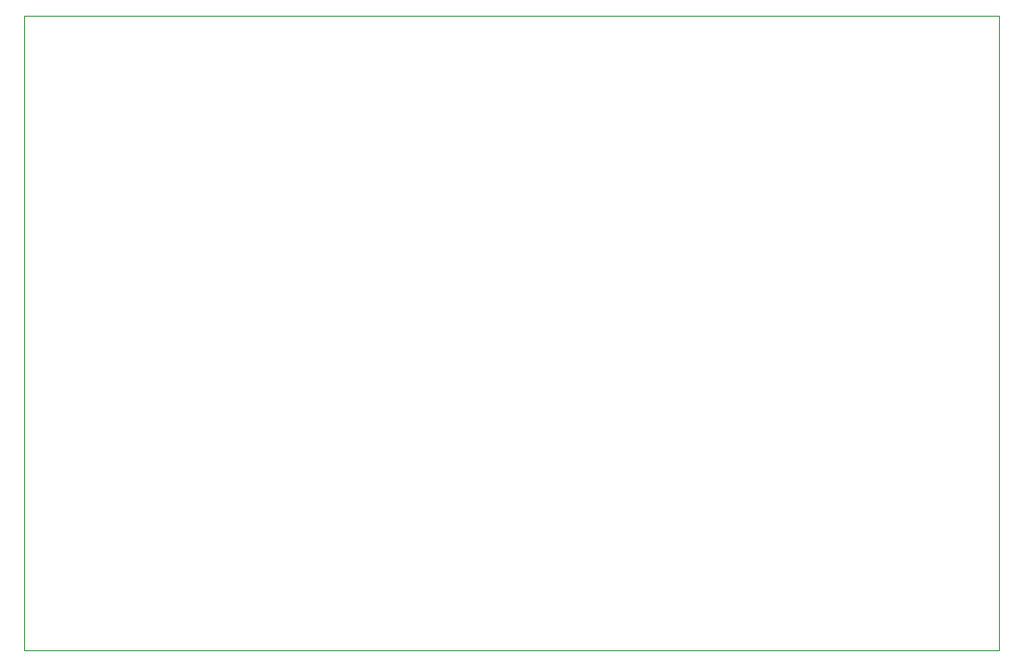
<source format=gbo>
G04 EAGLE Gerber X2 export*
%TF.Part,Single*%
%TF.FileFunction,Other,Silk screen Bottom*%
%TF.FilePolarity,Positive*%
%TF.GenerationSoftware,Autodesk,EAGLE,9.0.0*%
%TF.CreationDate,2019-03-06T05:58:58Z*%
G75*
%MOMM*%
%FSLAX34Y34*%
%LPD*%
%AMOC8*
5,1,8,0,0,1.08239X$1,22.5*%
G01*
%ADD10C,0.000000*%


D10*
X110000Y140000D02*
X1000000Y140000D01*
X1000000Y720000D01*
X110000Y720000D01*
X110000Y140000D01*
M02*

</source>
